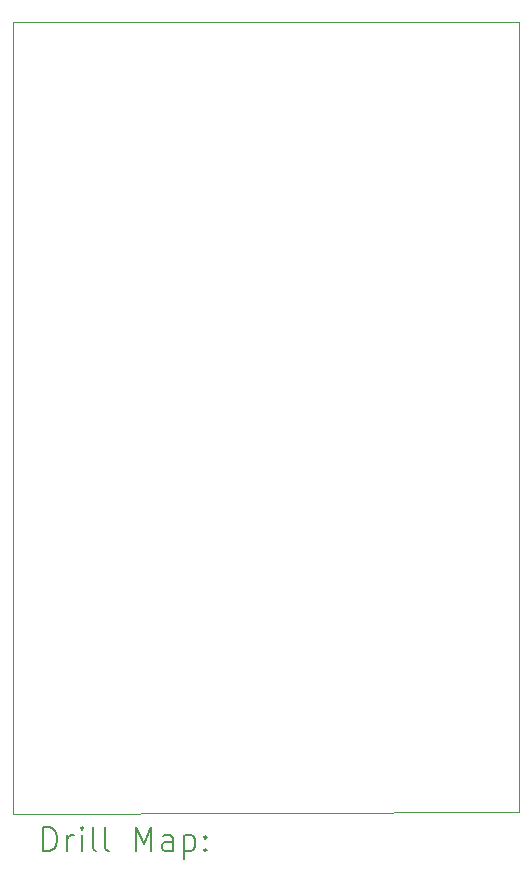
<source format=gbr>
%TF.GenerationSoftware,KiCad,Pcbnew,7.0.10*%
%TF.CreationDate,2024-03-22T23:11:15-04:00*%
%TF.ProjectId,Remote PCB,52656d6f-7465-4205-9043-422e6b696361,rev?*%
%TF.SameCoordinates,Original*%
%TF.FileFunction,Drillmap*%
%TF.FilePolarity,Positive*%
%FSLAX45Y45*%
G04 Gerber Fmt 4.5, Leading zero omitted, Abs format (unit mm)*
G04 Created by KiCad (PCBNEW 7.0.10) date 2024-03-22 23:11:15*
%MOMM*%
%LPD*%
G01*
G04 APERTURE LIST*
%ADD10C,0.100000*%
%ADD11C,0.200000*%
G04 APERTURE END LIST*
D10*
X5481400Y-7872300D02*
X1201500Y-7885000D01*
X1201500Y-1179400D01*
X5481400Y-1179400D01*
X5481400Y-7872300D01*
D11*
X1457277Y-8201484D02*
X1457277Y-8001484D01*
X1457277Y-8001484D02*
X1504896Y-8001484D01*
X1504896Y-8001484D02*
X1533467Y-8011008D01*
X1533467Y-8011008D02*
X1552515Y-8030055D01*
X1552515Y-8030055D02*
X1562039Y-8049103D01*
X1562039Y-8049103D02*
X1571562Y-8087198D01*
X1571562Y-8087198D02*
X1571562Y-8115769D01*
X1571562Y-8115769D02*
X1562039Y-8153865D01*
X1562039Y-8153865D02*
X1552515Y-8172912D01*
X1552515Y-8172912D02*
X1533467Y-8191960D01*
X1533467Y-8191960D02*
X1504896Y-8201484D01*
X1504896Y-8201484D02*
X1457277Y-8201484D01*
X1657277Y-8201484D02*
X1657277Y-8068150D01*
X1657277Y-8106246D02*
X1666801Y-8087198D01*
X1666801Y-8087198D02*
X1676324Y-8077674D01*
X1676324Y-8077674D02*
X1695372Y-8068150D01*
X1695372Y-8068150D02*
X1714420Y-8068150D01*
X1781086Y-8201484D02*
X1781086Y-8068150D01*
X1781086Y-8001484D02*
X1771562Y-8011008D01*
X1771562Y-8011008D02*
X1781086Y-8020531D01*
X1781086Y-8020531D02*
X1790610Y-8011008D01*
X1790610Y-8011008D02*
X1781086Y-8001484D01*
X1781086Y-8001484D02*
X1781086Y-8020531D01*
X1904896Y-8201484D02*
X1885848Y-8191960D01*
X1885848Y-8191960D02*
X1876324Y-8172912D01*
X1876324Y-8172912D02*
X1876324Y-8001484D01*
X2009658Y-8201484D02*
X1990610Y-8191960D01*
X1990610Y-8191960D02*
X1981086Y-8172912D01*
X1981086Y-8172912D02*
X1981086Y-8001484D01*
X2238229Y-8201484D02*
X2238229Y-8001484D01*
X2238229Y-8001484D02*
X2304896Y-8144341D01*
X2304896Y-8144341D02*
X2371563Y-8001484D01*
X2371563Y-8001484D02*
X2371563Y-8201484D01*
X2552515Y-8201484D02*
X2552515Y-8096722D01*
X2552515Y-8096722D02*
X2542991Y-8077674D01*
X2542991Y-8077674D02*
X2523944Y-8068150D01*
X2523944Y-8068150D02*
X2485848Y-8068150D01*
X2485848Y-8068150D02*
X2466801Y-8077674D01*
X2552515Y-8191960D02*
X2533467Y-8201484D01*
X2533467Y-8201484D02*
X2485848Y-8201484D01*
X2485848Y-8201484D02*
X2466801Y-8191960D01*
X2466801Y-8191960D02*
X2457277Y-8172912D01*
X2457277Y-8172912D02*
X2457277Y-8153865D01*
X2457277Y-8153865D02*
X2466801Y-8134817D01*
X2466801Y-8134817D02*
X2485848Y-8125293D01*
X2485848Y-8125293D02*
X2533467Y-8125293D01*
X2533467Y-8125293D02*
X2552515Y-8115769D01*
X2647753Y-8068150D02*
X2647753Y-8268150D01*
X2647753Y-8077674D02*
X2666801Y-8068150D01*
X2666801Y-8068150D02*
X2704896Y-8068150D01*
X2704896Y-8068150D02*
X2723944Y-8077674D01*
X2723944Y-8077674D02*
X2733467Y-8087198D01*
X2733467Y-8087198D02*
X2742991Y-8106246D01*
X2742991Y-8106246D02*
X2742991Y-8163388D01*
X2742991Y-8163388D02*
X2733467Y-8182436D01*
X2733467Y-8182436D02*
X2723944Y-8191960D01*
X2723944Y-8191960D02*
X2704896Y-8201484D01*
X2704896Y-8201484D02*
X2666801Y-8201484D01*
X2666801Y-8201484D02*
X2647753Y-8191960D01*
X2828705Y-8182436D02*
X2838229Y-8191960D01*
X2838229Y-8191960D02*
X2828705Y-8201484D01*
X2828705Y-8201484D02*
X2819182Y-8191960D01*
X2819182Y-8191960D02*
X2828705Y-8182436D01*
X2828705Y-8182436D02*
X2828705Y-8201484D01*
X2828705Y-8077674D02*
X2838229Y-8087198D01*
X2838229Y-8087198D02*
X2828705Y-8096722D01*
X2828705Y-8096722D02*
X2819182Y-8087198D01*
X2819182Y-8087198D02*
X2828705Y-8077674D01*
X2828705Y-8077674D02*
X2828705Y-8096722D01*
M02*

</source>
